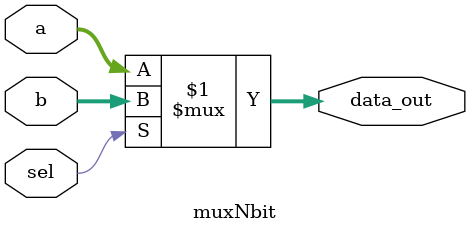
<source format=v>
module muxNbit #(parameter WIDTH = 5) (
    output [WIDTH-1:0] data_out,
    input  wire [WIDTH-1:0] a, b,
    input  wire sel
);

assign data_out = (sel) ? b : a;

endmodule

</source>
